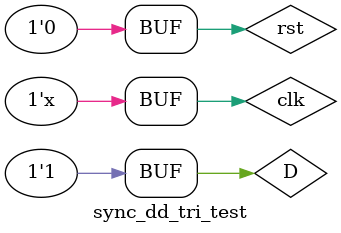
<source format=v>
`timescale 1ns / 1ps


module sync_dd_tri_test();
	reg clk=0;
	reg rst;
	reg D;

	wire Q;
	wire Q_n;

	sync_dd_tri U1(
		.clk(clk),
		.rst(rst),
		.D(D),
		.Q(Q),
		.Q_n(Q_n));

	always begin 
		#10;
		clk = ~clk;
	end

	always begin 
		rst = 1;
		#500;
		rst = 0;
		#1000;
	end

	always begin 
		D = 0;
		#50;
		D = 1;
		#50;
	end
endmodule

</source>
